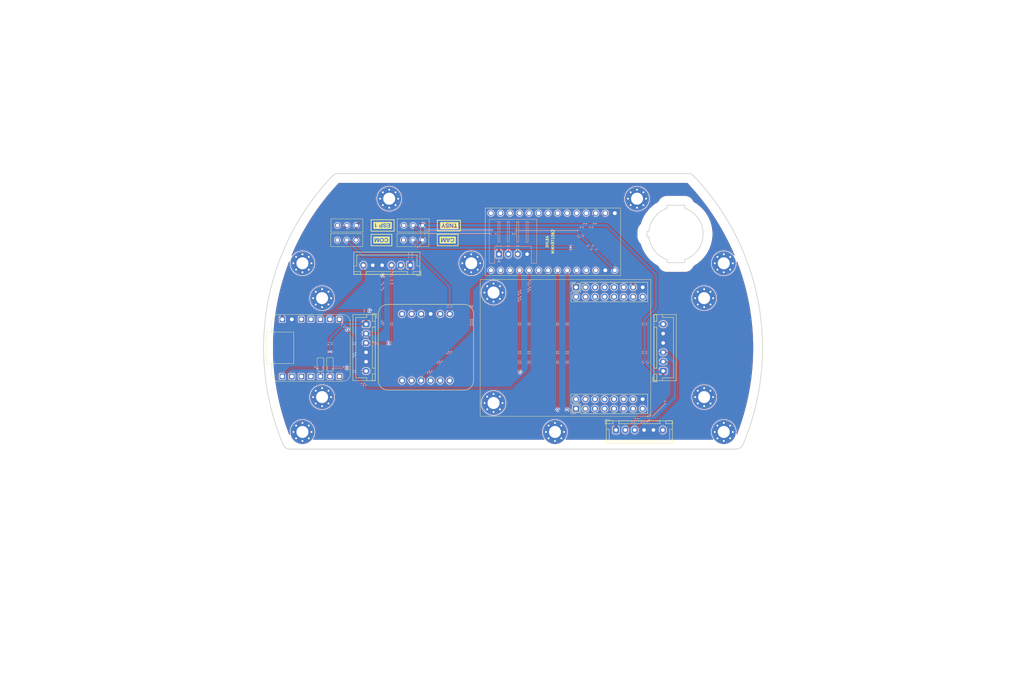
<source format=kicad_pcb>
(kicad_pcb (version 20240108) (generator "pcbnew") (generator_version "8.0")
  (layers (0 "F.Cu" signal) (31 "B.Cu" signal) (34 "B.Paste" user) (35 "F.Paste" user) (36 "B.SilkS" user "B.Silkscreen") (37 "F.SilkS" user "F.Silkscreen") (38 "B.Mask" user) (39 "F.Mask" user) (44 "Edge.Cuts" user))
  (net 0 "")
  (net 1 "GND")
  (net 14 "/L3 RX")
  (net 15 "/L3 TX")
  (net 16 "+5V")
  (net 17 "/SCL TOF")
  (net 18 "/SDA TOF")
  (net 20 "/XSHUT 0")
  (net 22 "/XSHUT 1")
  (net 24 "/XSHUT 2")
  (net 26 "/XSHUT 3")
  (net 27 "/COM PWR")
  (net 29 "/CAM PWR")
  (net 31 "/CAM TX")
  (net 32 "/CAM RX")
  (net 33 "/CAM RST")
  (net 35 "/COM SCL")
  (net 36 "/COM SDA")
  (net 41 "/COM RST")
  (net 57 "/TEENSY PWR")
  (net 60 "/ESP1 PWR")
  (net 61 "/ESP1 TX")
  (net 62 "/ESP1 RX")
  (net 65 "/ESP2 RX")
  (net 66 "/ESP2 TX")
  (footprint "MountingHole:MountingHole_3.2mm_M3_Pad_Via" (layer "F.Cu") (at 199.708378 91.541836)
    (property "Reference" "H7" (hide yes))
    (property "Value" "MountingHole_Pad")
    (pad "1" thru_hole circle (at -2.4 0) (size 0.8 0.8) (drill 0.5) (layers "*.Cu" "*.Mask"))
    (pad "1" thru_hole circle (at -1.697056 -1.697056) (size 0.8 0.8) (drill 0.5) (layers "*.Cu" "*.Mask"))
    (pad "1" thru_hole circle (at -1.697056 1.697056) (size 0.8 0.8) (drill 0.5) (layers "*.Cu" "*.Mask"))
    (pad "1" thru_hole circle (at 0 -2.4) (size 0.8 0.8) (drill 0.5) (layers "*.Cu" "*.Mask"))
    (pad "1" thru_hole circle (at 0 0) (size 6.4 6.4) (drill 3.2) (layers "*.Cu" "*.Mask"))
    (pad "1" thru_hole circle (at 0 2.4) (size 0.8 0.8) (drill 0.5) (layers "*.Cu" "*.Mask"))
    (pad "1" thru_hole circle (at 1.697056 -1.697056) (size 0.8 0.8) (drill 0.5) (layers "*.Cu" "*.Mask"))
    (pad "1" thru_hole circle (at 1.697056 1.697056) (size 0.8 0.8) (drill 0.5) (layers "*.Cu" "*.Mask"))
    (pad "1" thru_hole circle (at 2.4 0) (size 0.8 0.8) (drill 0.5) (layers "*.Cu" "*.Mask"))
  )
  (footprint "Connector_JST:JST_XH_B6B-XH-A_1x06_P2.50mm_Vertical" (layer "F.Cu") (at 121.374515 82.763004 180)
    (property "Reference" "J3" (hide yes))
    (property "Value" "TOF 1")
    (pad "1" thru_hole roundrect (at 0 0 180) (size 1.7 1.95) (drill 0.95) (layers "*.Cu" "*.Mask") (roundrect_rratio 0.1470588235) (net 16 "+5V"))
    (pad "2" thru_hole oval (at 2.499996 0 180) (size 1.7 1.95) (drill 0.95) (layers "*.Cu" "*.Mask") (net 18 "/SDA TOF"))
    (pad "3" thru_hole oval (at 4.999999 -0.000003 180) (size 1.7 1.95) (drill 0.95) (layers "*.Cu" "*.Mask") (net 17 "/SCL TOF"))
    (pad "4" thru_hole oval (at 7.499996 0.000001 180) (size 1.7 1.95) (drill 0.95) (layers "*.Cu" "*.Mask") (net 1 "GND"))
    (pad "5" thru_hole oval (at 9.999999 0.000003 180) (size 1.7 1.95) (drill 0.95) (layers "*.Cu" "*.Mask") (net 1 "GND"))
    (pad "6" thru_hole oval (at 12.500005 -0.000004 180) (size 1.7 1.95) (drill 0.95) (layers "*.Cu" "*.Mask") (net 22 "/XSHUT 1"))
  )
  (footprint "2024l3:Teensy 4.0" (layer "F.Cu") (at 159.385 76.488 -90)
    (property "Reference" "U5" (hide yes))
    (property "Value" "Teensy 4.0")
    (fp_text user "MIMXRT1062" (at 0 0 90) (layer "F.SilkS") (effects (font (size 0.7 0.7))))
    (fp_text user "DVL6A" (at 0 1.524 90) (layer "F.SilkS") (effects (font (size 0.7 0.7))))
    (pad "0" thru_hole circle (at -7.62 -13.97 270) (size 1.53 1.53) (drill 1.02) (layers "*.Cu" "*.Mask") (net 14 "/L3 RX"))
    (pad "1" thru_hole circle (at -7.62 -11.43 270) (size 1.53 1.53) (drill 1.02) (layers "*.Cu" "*.Mask") (net 15 "/L3 TX"))
    (pad "2" thru_hole circle (at -7.62 -8.89 270) (size 1.53 1.53) (drill 1.02) (layers "*.Cu" "*.Mask"))
    (pad "3" thru_hole circle (at -7.62 -6.35 270) (size 1.53 1.53) (drill 1.02) (layers "*.Cu" "*.Mask"))
    (pad "3.3V_2" thru_hole circle (at 7.62 -11.43 270) (size 1.53 1.53) (drill 1.02) (layers "*.Cu" "*.Mask"))
    (pad "4" thru_hole circle (at -7.62 -3.81 270) (size 1.53 1.53) (drill 1.02) (layers "*.Cu" "*.Mask"))
    (pad "5" thru_hole circle (at -7.62 -1.27 270) (size 1.53 1.53) (drill 1.02) (layers "*.Cu" "*.Mask"))
    (pad "6" thru_hole circle (at -7.62 1.27 270) (size 1.53 1.53) (drill 1.02) (layers "*.Cu" "*.Mask"))
    (pad "7" thru_hole circle (at -7.62 3.81 270) (size 1.53 1.53) (drill 1.02) (layers "*.Cu" "*.Mask"))
    (pad "8" thru_hole circle (at -7.62 6.35 270) (size 1.53 1.53) (drill 1.02) (layers "*.Cu" "*.Mask"))
    (pad "9" thru_hole circle (at -7.62 8.89 270) (size 1.53 1.53) (drill 1.02) (layers "*.Cu" "*.Mask"))
    (pad "10" thru_hole circle (at -7.62 11.43 270) (size 1.53 1.53) (drill 1.02) (layers "*.Cu" "*.Mask"))
    (pad "11" thru_hole circle (at -7.62 13.97 270) (size 1.53 1.53) (drill 1.02) (layers "*.Cu" "*.Mask"))
    (pad "12" thru_hole circle (at -7.62 16.51 270) (size 1.53 1.53) (drill 1.02) (layers "*.Cu" "*.Mask"))
    (pad "13" thru_hole circle (at 7.62 16.51 270) (size 1.53 1.53) (drill 1.02) (layers "*.Cu" "*.Mask") (net 41 "/COM RST"))
    (pad "14" thru_hole circle (at 7.62 13.97 270) (size 1.53 1.53) (drill 1.02) (layers "*.Cu" "*.Mask") (net 65 "/ESP2 RX"))
    (pad "15" thru_hole circle (at 7.62 11.43 270) (size 1.53 1.53) (drill 1.02) (layers "*.Cu" "*.Mask") (net 66 "/ESP2 TX"))
    (pad "16" thru_hole circle (at 7.62 8.89 270) (size 1.53 1.53) (drill 1.02) (layers "*.Cu" "*.Mask") (net 61 "/ESP1 TX"))
    (pad "17" thru_hole circle (at 7.62 6.35 270) (size 1.53 1.53) (drill 1.02) (layers "*.Cu" "*.Mask") (net 62 "/ESP1 RX"))
    (pad "18" thru_hole circle (at 7.62 3.81 270) (size 1.53 1.53) (drill 1.02) (layers "*.Cu" "*.Mask") (net 36 "/COM SDA"))
    (pad "19" thru_hole circle (at 7.62 1.27 270) (size 1.53 1.53) (drill 1.02) (layers "*.Cu" "*.Mask") (net 35 "/COM SCL"))
    (pad "20" thru_hole circle (at 7.62 -1.27 270) (size 1.53 1.53) (drill 1.02) (layers "*.Cu" "*.Mask") (net 32 "/CAM RX"))
    (pad "21" thru_hole circle (at 7.62 -3.81 270) (size 1.53 1.53) (drill 1.02) (layers "*.Cu" "*.Mask") (net 31 "/CAM TX"))
    (pad "22" thru_hole circle (at 7.62 -6.35 270) (size 1.53 1.53) (drill 1.02) (layers "*.Cu" "*.Mask") (net 33 "/CAM RST"))
    (pad "23" thru_hole circle (at 7.62 -8.89 270) (size 1.53 1.53) (drill 1.02) (layers "*.Cu" "*.Mask"))
    (pad "G1" thru_hole circle (at -7.62 -16.51 270) (size 1.53 1.53) (drill 1.02) (layers "*.Cu" "*.Mask") (net 1 "GND"))
    (pad "G3" thru_hole circle (at 7.62 -13.97 270) (size 1.53 1.53) (drill 1.02) (layers "*.Cu" "*.Mask") (net 1 "GND"))
    (pad "VIN" thru_hole circle (at 7.62 -16.51 270) (size 1.53 1.53) (drill 1.02) (layers "*.Cu" "*.Mask") (net 57 "/TEENSY PWR"))
  )
  (footprint "kibuzzard-6590F814" (layer "F.Cu") (at 113.695 76.038 180)
    (property "Reference" "kibuzzard-6590F814" (hide yes))
    (property "Value" "G***" (hide yes))
  )
  (footprint "MountingHole:MountingHole_3.2mm_M3_Pad_Via" (layer "F.Cu") (at 92.624516 82.238)
    (property "Reference" "H8" (hide yes))
    (property "Value" "MountingHole_Pad")
    (pad "1" thru_hole circle (at -2.4 0) (size 0.8 0.8) (drill 0.5) (layers "*.Cu" "*.Mask"))
    (pad "1" thru_hole circle (at -1.697056 -1.697056) (size 0.8 0.8) (drill 0.5) (layers "*.Cu" "*.Mask"))
    (pad "1" thru_hole circle (at -1.697056 1.697056) (size 0.8 0.8) (drill 0.5) (layers "*.Cu" "*.Mask"))
    (pad "1" thru_hole circle (at 0 -2.4) (size 0.8 0.8) (drill 0.5) (layers "*.Cu" "*.Mask"))
    (pad "1" thru_hole circle (at 0 0) (size 6.4 6.4) (drill 3.2) (layers "*.Cu" "*.Mask"))
    (pad "1" thru_hole circle (at 0 2.4) (size 0.8 0.8) (drill 0.5) (layers "*.Cu" "*.Mask"))
    (pad "1" thru_hole circle (at 1.697056 -1.697056) (size 0.8 0.8) (drill 0.5) (layers "*.Cu" "*.Mask"))
    (pad "1" thru_hole circle (at 1.697056 1.697056) (size 0.8 0.8) (drill 0.5) (layers "*.Cu" "*.Mask"))
    (pad "1" thru_hole circle (at 2.4 0) (size 0.8 0.8) (drill 0.5) (layers "*.Cu" "*.Mask"))
  )
  (footprint "2024l3:res0603" (layer "F.Cu") (at 97.425 109.237 -90)
    (property "Reference" "R1" (hide yes))
    (property "Value" "1K")
    (pad "1" smd roundrect (at -0.8 0 270) (size 1 1) (layers "F.Cu" "F.Paste" "F.Mask") (roundrect_rratio 0.1) (net 16 "+5V"))
    (pad "2" smd roundrect (at 0.8 0 270) (size 1 1) (layers "F.Cu" "F.Paste" "F.Mask") (roundrect_rratio 0.1) (net 18 "/SDA TOF"))
  )
  (footprint "MountingHole:MountingHole_3.2mm_M3_Pad_Via" (layer "F.Cu") (at 92.624515 127.238)
    (property "Reference" "H1" (hide yes))
    (property "Value" "MountingHole_Pad")
    (pad "1" thru_hole circle (at -2.4 0) (size 0.8 0.8) (drill 0.5) (layers "*.Cu" "*.Mask"))
    (pad "1" thru_hole circle (at -1.697056 -1.697056) (size 0.8 0.8) (drill 0.5) (layers "*.Cu" "*.Mask"))
    (pad "1" thru_hole circle (at -1.697056 1.697056) (size 0.8 0.8) (drill 0.5) (layers "*.Cu" "*.Mask"))
    (pad "1" thru_hole circle (at 0 -2.4) (size 0.8 0.8) (drill 0.5) (layers "*.Cu" "*.Mask"))
    (pad "1" thru_hole circle (at 0 0) (size 6.4 6.4) (drill 3.2) (layers "*.Cu" "*.Mask"))
    (pad "1" thru_hole circle (at 0 2.4) (size 0.8 0.8) (drill 0.5) (layers "*.Cu" "*.Mask"))
    (pad "1" thru_hole circle (at 1.697056 -1.697056) (size 0.8 0.8) (drill 0.5) (layers "*.Cu" "*.Mask"))
    (pad "1" thru_hole circle (at 1.697056 1.697056) (size 0.8 0.8) (drill 0.5) (layers "*.Cu" "*.Mask"))
    (pad "1" thru_hole circle (at 2.4 0) (size 0.8 0.8) (drill 0.5) (layers "*.Cu" "*.Mask"))
  )
  (footprint "MountingHole:MountingHole_3.2mm_M3_Pad_Via" (layer "F.Cu") (at 97.861618 117.934162)
    (property "Reference" "H4" (hide yes))
    (property "Value" "MountingHole_Pad")
    (pad "1" thru_hole circle (at -2.4 0) (size 0.8 0.8) (drill 0.5) (layers "*.Cu" "*.Mask"))
    (pad "1" thru_hole circle (at -1.697056 -1.697056) (size 0.8 0.8) (drill 0.5) (layers "*.Cu" "*.Mask"))
    (pad "1" thru_hole circle (at -1.697056 1.697056) (size 0.8 0.8) (drill 0.5) (layers "*.Cu" "*.Mask"))
    (pad "1" thru_hole circle (at 0 -2.4) (size 0.8 0.8) (drill 0.5) (layers "*.Cu" "*.Mask"))
    (pad "1" thru_hole circle (at 0 0) (size 6.4 6.4) (drill 3.2) (layers "*.Cu" "*.Mask"))
    (pad "1" thru_hole circle (at 0 2.4) (size 0.8 0.8) (drill 0.5) (layers "*.Cu" "*.Mask"))
    (pad "1" thru_hole circle (at 1.697056 -1.697056) (size 0.8 0.8) (drill 0.5) (layers "*.Cu" "*.Mask"))
    (pad "1" thru_hole circle (at 1.697056 1.697056) (size 0.8 0.8) (drill 0.5) (layers "*.Cu" "*.Mask"))
    (pad "1" thru_hole circle (at 2.4 0) (size 0.8 0.8) (drill 0.5) (layers "*.Cu" "*.Mask"))
  )
  (footprint "MountingHole:MountingHole_3.2mm_M3_Pad_Via" (layer "F.Cu") (at 204.945482 82.238)
    (property "Reference" "H10" (hide yes))
    (property "Value" "MountingHole_Pad")
    (pad "1" thru_hole circle (at -2.4 0) (size 0.8 0.8) (drill 0.5) (layers "*.Cu" "*.Mask"))
    (pad "1" thru_hole circle (at -1.697056 -1.697056) (size 0.8 0.8) (drill 0.5) (layers "*.Cu" "*.Mask"))
    (pad "1" thru_hole circle (at -1.697056 1.697056) (size 0.8 0.8) (drill 0.5) (layers "*.Cu" "*.Mask"))
    (pad "1" thru_hole circle (at 0 -2.4) (size 0.8 0.8) (drill 0.5) (layers "*.Cu" "*.Mask"))
    (pad "1" thru_hole circle (at 0 0) (size 6.4 6.4) (drill 3.2) (layers "*.Cu" "*.Mask"))
    (pad "1" thru_hole circle (at 0 2.4) (size 0.8 0.8) (drill 0.5) (layers "*.Cu" "*.Mask"))
    (pad "1" thru_hole circle (at 1.697056 -1.697056) (size 0.8 0.8) (drill 0.5) (layers "*.Cu" "*.Mask"))
    (pad "1" thru_hole circle (at 1.697056 1.697056) (size 0.8 0.8) (drill 0.5) (layers "*.Cu" "*.Mask"))
    (pad "1" thru_hole circle (at 2.4 0) (size 0.8 0.8) (drill 0.5) (layers "*.Cu" "*.Mask"))
  )
  (footprint "Connector_JST:JST_XH_B6B-XH-A_1x06_P2.50mm_Vertical" (layer "F.Cu") (at 188.783379 110.987999 90)
    (property "Reference" "J4" (hide yes))
    (property "Value" "TOF 2")
    (pad "1" thru_hole roundrect (at 0 0 90) (size 1.7 1.95) (drill 0.95) (layers "*.Cu" "*.Mask") (roundrect_rratio 0.1470588235) (net 16 "+5V"))
    (pad "2" thru_hole oval (at 2.499999 -0.000002 90) (size 1.7 1.95) (drill 0.95) (layers "*.Cu" "*.Mask") (net 18 "/SDA TOF"))
    (pad "3" thru_hole oval (at 4.999999 0.000001 90) (size 1.7 1.95) (drill 0.95) (layers "*.Cu" "*.Mask") (net 17 "/SCL TOF"))
    (pad "4" thru_hole oval (at 7.5 -0.000002 90) (size 1.7 1.95) (drill 0.95) (layers "*.Cu" "*.Mask") (net 1 "GND"))
    (pad "5" thru_hole oval (at 9.999999 -0.000001 90) (size 1.7 1.95) (drill 0.95) (layers "*.Cu" "*.Mask") (net 1 "GND"))
    (pad "6" thru_hole oval (at 12.500001 0.000003 90) (size 1.7 1.95) (drill 0.95) (layers "*.Cu" "*.Mask") (net 24 "/XSHUT 2"))
  )
  (footprint "2024l3:bno085" (layer "F.Cu") (at 125.535 104.638 180)
    (property "Reference" "U2" (hide yes))
    (property "Value" "4754")
    (pad "JP1_1" thru_hole circle (at -6.35 8.89 180) (size 1.778 1.778) (drill 1) (layers "*.Cu" "*.Mask") (net 27 "/COM PWR"))
    (pad "JP1_2" thru_hole circle (at -3.81 8.89 180) (size 1.778 1.778) (drill 1) (layers "*.Cu" "*.Mask"))
    (pad "JP1_3" thru_hole circle (at -1.27 8.89 180) (size 1.778 1.778) (drill 1) (layers "*.Cu" "*.Mask") (net 1 "GND"))
    (pad "JP1_4" thru_hole circle (at 1.27 8.89 180) (size 1.778 1.778) (drill 1) (layers "*.Cu" "*.Mask") (net 35 "/COM SCL"))
    (pad "JP1_5" thru_hole circle (at 3.81 8.89 180) (size 1.778 1.778) (drill 1) (layers "*.Cu" "*.Mask") (net 36 "/COM SDA"))
    (pad "JP1_6" thru_hole circle (at 6.35 8.89 180) (size 1.778 1.778) (drill 1) (layers "*.Cu" "*.Mask"))
    (pad "JP2_1" thru_hole circle (at -6.35 -8.89 180) (size 1.778 1.778) (drill 1) (layers "*.Cu" "*.Mask"))
    (pad "JP2_2" thru_hole circle (at -3.81 -8.89 180) (size 1.778 1.778) (drill 1) (layers "*.Cu" "*.Mask"))
    (pad "JP2_3" thru_hole circle (at -1.27 -8.89 180) (size 1.778 1.778) (drill 1) (layers "*.Cu" "*.Mask"))
    (pad "JP2_4" thru_hole circle (at 1.27 -8.89 180) (size 1.778 1.778) (drill 1) (layers "*.Cu" "*.Mask") (net 41 "/COM RST"))
    (pad "JP2_5" thru_hole circle (at 3.81 -8.89 180) (size 1.778 1.778) (drill 1) (layers "*.Cu" "*.Mask"))
    (pad "JP2_6" thru_hole circle (at 6.35 -8.89 180) (size 1.778 1.778) (drill 1) (layers "*.Cu" "*.Mask"))
  )
  (footprint "Connector_JST:JST_XH_B6B-XH-A_1x06_P2.50mm_Vertical" (layer "F.Cu") (at 176.195484 126.713001)
    (property "Reference" "J5" (hide yes))
    (property "Value" "TOF 3")
    (pad "1" thru_hole roundrect (at 0 0) (size 1.7 1.95) (drill 0.95) (layers "*.Cu" "*.Mask") (roundrect_rratio 0.1470588235) (net 16 "+5V"))
    (pad "2" thru_hole oval (at 2.499999 -0.000002) (size 1.7 1.95) (drill 0.95) (layers "*.Cu" "*.Mask") (net 18 "/SDA TOF"))
    (pad "3" thru_hole oval (at 4.999999 0.000001) (size 1.7 1.95) (drill 0.95) (layers "*.Cu" "*.Mask") (net 17 "/SCL TOF"))
    (pad "4" thru_hole oval (at 7.5 -0.000002) (size 1.7 1.95) (drill 0.95) (layers "*.Cu" "*.Mask") (net 1 "GND"))
    (pad "5" thru_hole oval (at 9.999999 -0.000001) (size 1.7 1.95) (drill 0.95) (layers "*.Cu" "*.Mask") (net 1 "GND"))
    (pad "6" thru_hole oval (at 12.500001 0.000003) (size 1.7 1.95) (drill 0.95) (layers "*.Cu" "*.Mask") (net 26 "/XSHUT 3"))
  )
  (footprint "2024l3:SS12D00G3" (layer "F.Cu") (at 122.085 76.038 180)
    (property "Reference" "SW2" (hide yes))
    (property "Value" "SW_SPDT" (hide yes))
    (pad "1" thru_hole circle (at -2.5 0 180) (size 1.4 1.4) (drill 0.9) (layers "*.Cu" "*.Mask") (net 16 "+5V"))
    (pad "2" thru_hole circle (at 0 0 180) (size 1.4 1.4) (drill 0.9) (layers "*.Cu" "*.Mask") (net 29 "/CAM PWR"))
    (pad "3" thru_hole circle (at 2.5 0 180) (size 1.4 1.4) (drill 0.9) (layers "*.Cu" "*.Mask"))
  )
  (footprint "kibuzzard-6592C7F1" (layer "F.Cu") (at 131.776 72.185 180)
    (property "Reference" "kibuzzard-6592C7F1" (hide yes))
    (property "Value" "G***" (hide yes))
  )
  (footprint "MountingHole:MountingHole_3.2mm_M3_Pad_Via" (layer "F.Cu") (at 115.75579 65.012633)
    (property "Reference" "H11" (hide yes))
    (property "Value" "MountingHole_Pad")
    (pad "1" thru_hole circle (at -2.4 0) (size 0.8 0.8) (drill 0.5) (layers "*.Cu" "*.Mask"))
    (pad "1" thru_hole circle (at -1.697056 -1.697056) (size 0.8 0.8) (drill 0.5) (layers "*.Cu" "*.Mask"))
    (pad "1" thru_hole circle (at -1.697056 1.697056) (size 0.8 0.8) (drill 0.5) (layers "*.Cu" "*.Mask"))
    (pad "1" thru_hole circle (at 0 -2.4) (size 0.8 0.8) (drill 0.5) (layers "*.Cu" "*.Mask"))
    (pad "1" thru_hole circle (at 0 0) (size 6.4 6.4) (drill 3.2) (layers "*.Cu" "*.Mask"))
    (pad "1" thru_hole circle (at 0 2.4) (size 0.8 0.8) (drill 0.5) (layers "*.Cu" "*.Mask"))
    (pad "1" thru_hole circle (at 1.697056 -1.697056) (size 0.8 0.8) (drill 0.5) (layers "*.Cu" "*.Mask"))
    (pad "1" thru_hole circle (at 1.697056 1.697056) (size 0.8 0.8) (drill 0.5) (layers "*.Cu" "*.Mask"))
    (pad "1" thru_hole circle (at 2.4 0) (size 0.8 0.8) (drill 0.5) (layers "*.Cu" "*.Mask"))
  )
  (footprint "2024l3:SS12D00G3" (layer "F.Cu") (at 104.485 72.138 180)
    (property "Reference" "SW5" (hide yes))
    (property "Value" "SW_SPDT" (hide yes))
    (pad "1" thru_hole circle (at -2.5 0 180) (size 1.4 1.4) (drill 0.9) (layers "*.Cu" "*.Mask") (net 16 "+5V"))
    (pad "2" thru_hole circle (at 0 0 180) (size 1.4 1.4) (drill 0.9) (layers "*.Cu" "*.Mask") (net 60 "/ESP1 PWR"))
    (pad "3" thru_hole circle (at 2.5 0 180) (size 1.4 1.4) (drill 0.9) (layers "*.Cu" "*.Mask"))
  )
  (footprint "kibuzzard-6590F6B4" (layer "F.Cu") (at 131.345 76.038 180)
    (property "Reference" "kibuzzard-6590F6B4" (hide yes))
    (property "Value" "G***" (hide yes))
  )
  (footprint "MountingHole:MountingHole_3.2mm_M3_Pad_Via" (layer "F.Cu") (at 137.624031 82.237999)
    (property "Reference" "H9" (hide yes))
    (property "Value" "MountingHole_Pad")
    (pad "1" thru_hole circle (at -2.4 0) (size 0.8 0.8) (drill 0.5) (layers "*.Cu" "*.Mask"))
    (pad "1" thru_hole circle (at -1.697056 -1.697056) (size 0.8 0.8) (drill 0.5) (layers "*.Cu" "*.Mask"))
    (pad "1" thru_hole circle (at -1.697056 1.697056) (size 0.8 0.8) (drill 0.5) (layers "*.Cu" "*.Mask"))
    (pad "1" thru_hole circle (at 0 -2.4) (size 0.8 0.8) (drill 0.5) (layers "*.Cu" "*.Mask"))
    (pad "1" thru_hole circle (at 0 0) (size 6.4 6.4) (drill 3.2) (layers "*.Cu" "*.Mask"))
    (pad "1" thru_hole circle (at 0 2.4) (size 0.8 0.8) (drill 0.5) (layers "*.Cu" "*.Mask"))
    (pad "1" thru_hole circle (at 1.697056 -1.697056) (size 0.8 0.8) (drill 0.5) (layers "*.Cu" "*.Mask"))
    (pad "1" thru_hole circle (at 1.697056 1.697056) (size 0.8 0.8) (drill 0.5) (layers "*.Cu" "*.Mask"))
    (pad "1" thru_hole circle (at 2.4 0) (size 0.8 0.8) (drill 0.5) (layers "*.Cu" "*.Mask"))
  )
  (footprint "Connector_JST:JST_XH_B6B-XH-A_1x06_P2.50mm_Vertical" (layer "F.Cu") (at 109.586618 98.488 -90)
    (property "Reference" "J2" (hide yes))
    (property "Value" "TOF 0")
    (pad "1" thru_hole roundrect (at 0 0 270) (size 1.7 1.95) (drill 0.95) (layers "*.Cu" "*.Mask") (roundrect_rratio 0.1470588235) (net 16 "+5V"))
    (pad "2" thru_hole oval (at 2.499999 -0.000002 270) (size 1.7 1.95) (drill 0.95) (layers "*.Cu" "*.Mask") (net 18 "/SDA TOF"))
    (pad "3" thru_hole oval (at 4.999999 0.000001 270) (size 1.7 1.95) (drill 0.95) (layers "*.Cu" "*.Mask") (net 17 "/SCL TOF"))
    (pad "4" thru_hole oval (at 7.5 -0.000002 270) (size 1.7 1.95) (drill 0.95) (layers "*.Cu" "*.Mask") (net 1 "GND"))
    (pad "5" thru_hole oval (at 9.999999 -0.000001 270) (size 1.7 1.95) (drill 0.95) (layers "*.Cu" "*.Mask") (net 1 "GND"))
    (pad "6" thru_hole oval (at 12.500001 0.000003 270) (size 1.7 1.95) (drill 0.95) (layers "*.Cu" "*.Mask") (net 20 "/XSHUT 0"))
  )
  (footprint "MountingHole:MountingHole_3.2mm_M3_Pad_Via" (layer "F.Cu") (at 204.945483 127.238)
    (property "Reference" "H3" (hide yes))
    (property "Value" "MountingHole_Pad")
    (pad "1" thru_hole circle (at -2.4 0) (size 0.8 0.8) (drill 0.5) (layers "*.Cu" "*.Mask"))
    (pad "1" thru_hole circle (at -1.697056 -1.697056) (size 0.8 0.8) (drill 0.5) (layers "*.Cu" "*.Mask"))
    (pad "1" thru_hole circle (at -1.697056 1.697056) (size 0.8 0.8) (drill 0.5) (layers "*.Cu" "*.Mask"))
    (pad "1" thru_hole circle (at 0 -2.4) (size 0.8 0.8) (drill 0.5) (layers "*.Cu" "*.Mask"))
    (pad "1" thru_hole circle (at 0 0) (size 6.4 6.4) (drill 3.2) (layers "*.Cu" "*.Mask"))
    (pad "1" thru_hole circle (at 0 2.4) (size 0.8 0.8) (drill 0.5) (layers "*.Cu" "*.Mask"))
    (pad "1" thru_hole circle (at 1.697056 -1.697056) (size 0.8 0.8) (drill 0.5) (layers "*.Cu" "*.Mask"))
    (pad "1" thru_hole circle (at 1.697056 1.697056) (size 0.8 0.8) (drill 0.5) (layers "*.Cu" "*.Mask"))
    (pad "1" thru_hole circle (at 2.4 0) (size 0.8 0.8) (drill 0.5) (layers "*.Cu" "*.Mask"))
  )
  (footprint "kibuzzard-6590F77B" (layer "F.Cu") (at 114.005 72.1415 180)
    (property "Reference" "kibuzzard-6590F77B" (hide yes))
    (property "Value" "G***" (hide yes))
  )
  (footprint "MountingHole:MountingHole_3.2mm_M3_Pad_Via" (layer "F.Cu") (at 181.814204 65.012633)
    (property "Reference" "H12" (hide yes))
    (property "Value" "MountingHole_Pad")
    (pad "1" thru_hole circle (at -2.4 0) (size 0.8 0.8) (drill 0.5) (layers "*.Cu" "*.Mask"))
    (pad "1" thru_hole circle (at -1.697056 -1.697056) (size 0.8 0.8) (drill 0.5) (layers "*.Cu" "*.Mask"))
    (pad "1" thru_hole circle (at -1.697056 1.697056) (size 0.8 0.8) (drill 0.5) (layers "*.Cu" "*.Mask"))
    (pad "1" thru_hole circle (at 0 -2.4) (size 0.8 0.8) (drill 0.5) (layers "*.Cu" "*.Mask"))
    (pad "1" thru_hole circle (at 0 0) (size 6.4 6.4) (drill 3.2) (layers "*.Cu" "*.Mask"))
    (pad "1" thru_hole circle (at 0 2.4) (size 0.8 0.8) (drill 0.5) (layers "*.Cu" "*.Mask"))
    (pad "1" thru_hole circle (at 1.697056 -1.697056) (size 0.8 0.8) (drill 0.5) (layers "*.Cu" "*.Mask"))
    (pad "1" thru_hole circle (at 1.697056 1.697056) (size 0.8 0.8) (drill 0.5) (layers "*.Cu" "*.Mask"))
    (pad "1" thru_hole circle (at 2.4 0) (size 0.8 0.8) (drill 0.5) (layers "*.Cu" "*.Mask"))
  )
  (footprint "MountingHole:MountingHole_3.2mm_M3_Pad_Via" (layer "F.Cu") (at 159.945 127.238)
    (property "Reference" "H2" (hide yes))
    (property "Value" "MountingHole_Pad")
    (pad "1" thru_hole circle (at -2.4 0) (size 0.8 0.8) (drill 0.5) (layers "*.Cu" "*.Mask"))
    (pad "1" thru_hole circle (at -1.697056 -1.697056) (size 0.8 0.8) (drill 0.5) (layers "*.Cu" "*.Mask"))
    (pad "1" thru_hole circle (at -1.697056 1.697056) (size 0.8 0.8) (drill 0.5) (layers "*.Cu" "*.Mask"))
    (pad "1" thru_hole circle (at 0 -2.4) (size 0.8 0.8) (drill 0.5) (layers "*.Cu" "*.Mask"))
    (pad "1" thru_hole circle (at 0 0) (size 6.4 6.4) (drill 3.2) (layers "*.Cu" "*.Mask"))
    (pad "1" thru_hole circle (at 0 2.4) (size 0.8 0.8) (drill 0.5) (layers "*.Cu" "*.Mask"))
    (pad "1" thru_hole circle (at 1.697056 -1.697056) (size 0.8 0.8) (drill 0.5) (layers "*.Cu" "*.Mask"))
    (pad "1" thru_hole circle (at 1.697056 1.697056) (size 0.8 0.8) (drill 0.5) (layers "*.Cu" "*.Mask"))
    (pad "1" thru_hole circle (at 2.4 0) (size 0.8 0.8) (drill 0.5) (layers "*.Cu" "*.Mask"))
  )
  (footprint "2024l3:SS12D00G3" (layer "F.Cu") (at 104.435 76.038 180)
    (property "Reference" "SW1" (hide yes))
    (property "Value" "SW_SPDT" (hide yes))
    (pad "1" thru_hole circle (at -2.5 0 180) (size 1.4 1.4) (drill 0.9) (layers "*.Cu" "*.Mask") (net 16 "+5V"))
    (pad "2" thru_hole circle (at 0 0 180) (size 1.4 1.4) (drill 0.9) (layers "*.Cu" "*.Mask") (net 27 "/COM PWR"))
    (pad "3" thru_hole circle (at 2.5 0 180) (size 1.4 1.4) (drill 0.9) (layers "*.Cu" "*.Mask"))
  )
  (footprint "2024l3:res0603" (layer "F.Cu") (at 99.955 109.207 90)
    (property "Reference" "R2" (hide yes))
    (property "Value" "1K")
    (pad "1" smd roundrect (at -0.8 0 90) (size 1 1) (layers "F.Cu" "F.Paste" "F.Mask") (roundrect_rratio 0.1) (net 17 "/SCL TOF"))
    (pad "2" smd roundrect (at 0.8 0 90) (size 1 1) (layers "F.Cu" "F.Paste" "F.Mask") (roundrect_rratio 0.1) (net 16 "+5V"))
  )
  (footprint "2024l3:OpenMV_RT" (layer "F.Cu") (at 148.776 104.808 90)
    (property "Reference" "U1" (hide yes))
    (property "Value" "~")
    (pad "0" thru_hole rect (at -16.225 16.756 90) (size 1.7 1.7) (drill 1) (layers "*.Cu" "*.Mask"))
    (pad "1" thru_hole oval (at -13.685 16.756 90) (size 1.7 1.7) (drill 1) (layers "*.Cu" "*.Mask"))
    (pad "2" thru_hole oval (at -16.225 19.296 90) (size 1.7 1.7) (drill 1) (layers "*.Cu" "*.Mask"))
    (pad "3" thru_hole oval (at -13.685 19.296 90) (size 1.7 1.7) (drill 1) (layers "*.Cu" "*.Mask"))
    (pad "4" thru_hole oval (at -16.225 21.836 90) (size 1.7 1.7) (drill 1) (layers "*.Cu" "*.Mask"))
    (pad "5" thru_hole oval (at -13.685 21.836 90) (size 1.7 1.7) (drill 1) (layers "*.Cu" "*.Mask"))
    (pad "6" thru_hole oval (at -16.225 24.376 90) (size 1.7 1.7) (drill 1) (layers "*.Cu" "*.Mask"))
    (pad "7" thru_hole oval (at -13.685 24.376 90) (size 1.7 1.7) (drill 1) (layers "*.Cu" "*.Mask"))
    (pad "8" thru_hole oval (at -16.225 26.916 90) (size 1.7 1.7) (drill 1) (layers "*.Cu" "*.Mask") (net 31 "/CAM TX"))
    (pad "9" thru_hole oval (at -13.685 26.916 90) (size 1.7 1.7) (drill 1) (layers "*.Cu" "*.Mask"))
    (pad "10" thru_hole oval (at -16.225 29.456 90) (size 1.7 1.7) (drill 1) (layers "*.Cu" "*.Mask") (net 32 "/CAM RX"))
    (pad "11" thru_hole oval (at -13.685 29.456 90) (size 1.7 1.7) (drill 1) (layers "*.Cu" "*.Mask"))
    (pad "12" thru_hole oval (at -16.225 31.996 90) (size 1.7 1.7) (drill 1) (layers "*.Cu" "*.Mask"))
    (pad "13" thru_hole oval (at -13.685 31.996 90) (size 1.7 1.7) (drill 1) (layers "*.Cu" "*.Mask"))
    (pad "14" thru_hole oval (at -16.225 34.536 90) (size 1.7 1.7) (drill 1) (layers "*.Cu" "*.Mask"))
    (pad "15" thru_hole oval (at -13.685 34.536 90) (size 1.7 1.7) (drill 1) (layers "*.Cu" "*.Mask") (net 1 "GND"))
    (pad "16" thru_hole oval (at 13.635 16.776 90) (size 1.7 1.7) (drill 1) (layers "*.Cu" "*.Mask"))
    (pad "17" thru_hole rect (at 16.175 16.776 90) (size 1.7 1.7) (drill 1) (layers "*.Cu" "*.Mask") (net 33 "/CAM RST"))
    (pad "18" thru_hole oval (at 13.635 19.316 90) (size 1.7 1.7) (drill 1) (layers "*.Cu" "*.Mask"))
    (pad "19" thru_hole oval (at 16.175 19.316 90) (size 1.7 1.7) (drill 1) (layers "*.Cu" "*.Mask"))
    (pad "20" thru_hole oval (at 13.635 21.856 90) (size 1.7 1.7) (drill 1) (layers "*.Cu" "*.Mask"))
    (pad "21" thru_hole oval (at 16.175 21.856 90) (size 1.7 1.7) (drill 1) (layers "*.Cu" "*.Mask"))
    (pad "22" thru_hole oval (at 13.635 24.396 90) (size 1.7 1.7) (drill 1) (layers "*.Cu" "*.Mask"))
    (pad "23" thru_hole oval (at 16.175 24.396 90) (size 1.7 1.7) (drill 1) (layers "*.Cu" "*.Mask"))
    (pad "24" thru_hole oval (at 13.635 26.936 90) (size 1.7 1.7) (drill 1) (layers "*.Cu" "*.Mask"))
    (pad "25" thru_hole oval (at 16.175 26.936 90) (size 1.7 1.7) (drill 1) (layers "*.Cu" "*.Mask"))
    (pad "26" thru_hole oval (at 13.635 29.476 90) (size 1.7 1.7) (drill 1) (layers "*.Cu" "*.Mask"))
    (pad "27" thru_hole oval (at 16.175 29.476 90) (size 1.7 1.7) (drill 1) (layers "*.Cu" "*.Mask"))
    (pad "28" thru_hole oval (at 13.635 32.016 90) (size 1.7 1.7) (drill 1) (layers "*.Cu" "*.Mask"))
    (pad "29" thru_hole oval (at 16.175 32.016 90) (size 1.7 1.7) (drill 1) (layers "*.Cu" "*.Mask") (net 29 "/CAM PWR"))
    (pad "30" thru_hole oval (at 13.635 34.556 90) (size 1.7 1.7) (drill 1) (layers "*.Cu" "*.Mask"))
    (pad "31" thru_hole oval (at 16.175 34.556 90) (size 1.7 1.7) (drill 1) (layers "*.Cu" "*.Mask") (net 1 "GND"))
    (pad "X" thru_hole circle (at -17.107 -5.207 90) (size 0.8 0.8) (drill 0.5) (layers "*.Cu" "*.Mask"))
    (pad "X" thru_hole circle (at -16.404056 -6.904056 90) (size 0.8 0.8) (drill 0.5) (layers "*.Cu" "*.Mask"))
    (pad "X" thru_hole circle (at -16.404056 -3.509944 90) (size 0.8 0.8) (drill 0.5) (layers "*.Cu" "*.Mask"))
    (pad "X" thru_hole circle (at -14.707 -7.607 90) (size 0.8 0.8) (drill 0.5) (layers "*.Cu" "*.Mask"))
    (pad "X" thru_hole circle (at -14.707 -5.207 90) (size 6.4 6.4) (drill 3.2) (layers "*.Cu" "*.Mask"))
    (pad "X" thru_hole circle (at -14.707 -2.807 90) (size 0.8 0.8) (drill 0.5) (layers "*.Cu" "*.Mask"))
    (pad "X" thru_hole circle (at -13.009944 -6.904056 90) (size 0.8 0.8) (drill 0.5) (layers "*.Cu" "*.Mask"))
    (pad "X" thru_hole circle (at -13.009944 -3.509944 90) (size 0.8 0.8) (drill 0.5) (layers "*.Cu" "*.Mask"))
    (pad "X" thru_hole circle (at -12.307 -5.207 90) (size 0.8 0.8) (drill 0.5) (layers "*.Cu" "*.Mask"))
    (pad "X" thru_hole circle (at 12.357 -5.207 90) (size 0.8 0.8) (drill 0.5) (layers "*.Cu" "*.Mask"))
    (pad "X" thru_hole circle (at 13.059944 -6.904056 90) (size 0.8 0.8) (drill 0.5) (layers "*.Cu" "*.Mask"))
    (pad "X" thru_hole circle (at 13.059944 -3.509944 90) (size 0.8 0.8) (drill 0.5) (layers "*.Cu" "*.Mask"))
    (pad "X" thru_hole circle (at 14.757 -7.607 90) (size 0.8 0.8) (drill 0.5) (layers "*.Cu" "*.Mask"))
    (pad "X" thru_hole circle (at 14.757 -5.207 90) (size 6.4 6.4) (drill 3.2) (layers "*.Cu" "*.Mask"))
    (pad "X" thru_hole circle (at 14.757 -2.807 90) (size 0.8 0.8) (drill 0.5) (layers "*.Cu" "*.Mask"))
    (pad "X" thru_hole circle (at 16.454056 -6.904056 90) (size 0.8 0.8) (drill 0.5) (layers "*.Cu" "*.Mask"))
    (pad "X" thru_hole circle (at 16.454056 -3.509944 90) (size 0.8 0.8) (drill 0.5) (layers "*.Cu" "*.Mask"))
    (pad "X" thru_hole circle (at 17.157 -5.207 90) (size 0.8 0.8) (drill 0.5) (layers "*.Cu" "*.Mask"))
  )
  (footprint "MountingHole:MountingHole_3.2mm_M3_Pad_Via" (layer "F.Cu") (at 97.861617 91.541835)
    (property "Reference" "H6" (hide yes))
    (property "Value" "MountingHole_Pad")
    (pad "1" thru_hole circle (at -2.4 0) (size 0.8 0.8) (drill 0.5) (layers "*.Cu" "*.Mask"))
    (pad "1" thru_hole circle (at -1.697056 -1.697056) (size 0.8 0.8) (drill 0.5) (layers "*.Cu" "*.Mask"))
    (pad "1" thru_hole circle (at -1.697056 1.697056) (size 0.8 0.8) (drill 0.5) (layers "*.Cu" "*.Mask"))
    (pad "1" thru_hole circle (at 0 -2.4) (size 0.8 0.8) (drill 0.5) (layers "*.Cu" "*.Mask"))
    (pad "1" thru_hole circle (at 0 0) (size 6.4 6.4) (drill 3.2) (layers "*.Cu" "*.Mask"))
    (pad "1" thru_hole circle (at 0 2.4) (size 0.8 0.8) (drill 0.5) (layers "*.Cu" "*.Mask"))
    (pad "1" thru_hole circle (at 1.697056 -1.697056) (size 0.8 0.8) (drill 0.5) (layers "*.Cu" "*.Mask"))
    (pad "1" thru_hole circle (at 1.697056 1.697056) (size 0.8 0.8) (drill 0.5) (layers "*.Cu" "*.Mask"))
    (pad "1" thru_hole circle (at 2.4 0) (size 0.8 0.8) (drill 0.5) (layers "*.Cu" "*.Mask"))
  )
  (footprint "2024l3:xiao-esp32c3" (layer "F.Cu") (at 94.876 104.806 90)
    (property "Reference" "U3" (hide yes))
    (property "Value" "xiao-esp32c3" (hide yes))
    (pad "0" thru_hole roundrect (at -7.62 -7.62 270) (size 1.5 1.5) (drill 1) (layers "*.Cu" "*.Mask") (roundrect_rratio 0.1) (net 20 "/XSHUT 0"))
    (pad "1" thru_hole roundrect (at -7.62 -5.08 270) (size 1.5 1.5) (drill 1) (layers "*.Cu" "*.Mask") (roundrect_rratio 0.1) (net 26 "/XSHUT 3"))
    (pad "2" thru_hole roundrect (at -7.62 -2.54 270) (size 1.5 1.5) (drill 1) (layers "*.Cu" "*.Mask") (roundrect_rratio 0.1))
    (pad "3" thru_hole roundrect (at -7.62 0 270) (size 1.5 1.5) (drill 1) (layers "*.Cu" "*.Mask") (roundrect_rratio 0.1))
    (pad "4" thru_hole roundrect (at -7.62 2.54 270) (size 1.5 1.5) (drill 1) (layers "*.Cu" "*.Mask") (roundrect_rratio 0.1) (net 18 "/SDA TOF"))
    (pad "5" thru_hole roundrect (at -7.62 5.08 270) (size 1.5 1.5) (drill 1) (layers "*.Cu" "*.Mask") (roundrect_rratio 0.1) (net 17 "/SCL TOF"))
    (pad "6" thru_hole roundrect (at -7.62 7.62 270) (size 1.5 1.5) (drill 1) (layers "*.Cu" "*.Mask") (roundrect_rratio 0.1) (net 61 "/ESP1 TX"))
    (pad "7" thru_hole roundrect (at 7.62 7.62 90) (size 1.5 1.5) (drill 1) (layers "*.Cu" "*.Mask") (roundrect_rratio 0.1) (net 62 "/ESP1 RX"))
    (pad "8" thru_hole roundrect (at 7.62 5.08 90) (size 1.5 1.5) (drill 1) (layers "*.Cu" "*.Mask") (roundrect_rratio 0.1) (net 24 "/XSHUT 2"))
    (pad "9" thru_hole roundrect (at 7.62 2.54 90) (size 1.5 1.5) (drill 1) (layers "*.Cu" "*.Mask") (roundrect_rratio 0.1) (net 22 "/XSHUT 1"))
    (pad "10" thru_hole roundrect (at 7.62 0 90) (size 1.5 1.5) (drill 1) (layers "*.Cu" "*.Mask") (roundrect_rratio 0.1))
    (pad "11" thru_hole roundrect (at 7.62 -2.54 90) (size 1.5 1.5) (drill 1) (layers "*.Cu" "*.Mask") (roundrect_rratio 0.1))
    (pad "12" thru_hole roundrect (at 7.62 -5.08 90) (size 1.5 1.5) (drill 1) (layers "*.Cu" "*.Mask") (roundrect_rratio 0.1) (net 1 "GND"))
    (pad "13" thru_hole roundrect (at 7.62 -7.62 90) (size 1.5 1.5) (drill 1) (layers "*.Cu" "*.Mask") (roundrect_rratio 0.1) (net 60 "/ESP1 PWR"))
  )
  (footprint "2024l3:SS12D00G3" (layer "F.Cu") (at 122.135 72.138 180)
    (property "Reference" "SW4" (hide yes))
    (property "Value" "SW_SPDT" (hide yes))
    (pad "1" thru_hole circle (at -2.5 0 180) (size 1.4 1.4) (drill 0.9) (layers "*.Cu" "*.Mask") (net 16 "+5V"))
    (pad "2" thru_hole circle (at 0 0 180) (size 1.4 1.4) (drill 0.9) (layers "*.Cu" "*.Mask") (net 57 "/TEENSY PWR"))
    (pad "3" thru_hole circle (at 2.5 0 180) (size 1.4 1.4) (drill 0.9) (layers "*.Cu" "*.Mask"))
  )
  (footprint "MountingHole:MountingHole_3.2mm_M3_Pad_Via" (layer "F.Cu") (at 199.708377 117.934162)
    (property "Reference" "H5" (hide yes))
    (property "Value" "MountingHole_Pad")
    (pad "1" thru_hole circle (at -2.4 0) (size 0.8 0.8) (drill 0.5) (layers "*.Cu" "*.Mask"))
    (pad "1" thru_hole circle (at -1.697056 -1.697056) (size 0.8 0.8) (drill 0.5) (layers "*.Cu" "*.Mask"))
    (pad "1" thru_hole circle (at -1.697056 1.697056) (size 0.8 0.8) (drill 0.5) (layers "*.Cu" "*.Mask"))
    (pad "1" thru_hole circle (at 0 -2.4) (size 0.8 0.8) (drill 0.5) (layers "*.Cu" "*.Mask"))
    (pad "1" thru_hole circle (at 0 0) (size 6.4 6.4) (drill 3.2) (layers "*.Cu" "*.Mask"))
    (pad "1" thru_hole circle (at 0 2.4) (size 0.8 0.8) (drill 0.5) (layers "*.Cu" "*.Mask"))
    (pad "1" thru_hole circle (at 1.697056 -1.697056) (size 0.8 0.8) (drill 0.5) (layers "*.Cu" "*.Mask"))
    (pad "1" thru_hole circle (at 1.697056 1.697056) (size 0.8 0.8) (drill 0.5) (layers "*.Cu" "*.Mask"))
    (pad "1" thru_hole circle (at 2.4 0) (size 0.8 0.8) (drill 0.5) (layers "*.Cu" "*.Mask"))
  )
  (footprint "Connector_JST:JST_XH_S4B-XH-A_1x04_P2.50mm_Horizontal" (layer "B.Cu") (at 145.006 79.808)
    (property "Reference" "J1" (hide yes))
    (property "Value" "Conn_01x04")
    (pad "1" thru_hole roundrect (at 0 0) (size 1.7 1.95) (drill 0.95) (layers "*.Cu" "*.Mask") (roundrect_rratio 0.1470588235) (net 16 "+5V"))
    (pad "2" thru_hole oval (at 2.5 0) (size 1.7 1.95) (drill 0.95) (layers "*.Cu" "*.Mask") (net 15 "/L3 TX"))
    (pad "3" thru_hole oval (at 5 0) (size 1.7 1.95) (drill 0.95) (layers "*.Cu" "*.Mask") (net 14 "/L3 RX"))
    (pad "4" thru_hole oval (at 7.5 0) (size 1.7 1.95) (drill 0.95) (layers "*.Cu" "*.Mask") (net 1 "GND"))
  )
  (gr_rect (start 128.585 70.76) (end 134.735 73.62) (stroke (width 0.2)) (fill none) (layer "F.SilkS"))
  (gr_rect (start 110.935 70.6215) (end 117.08 73.6665) (stroke (width 0.2)) (fill none) (layer "F.SilkS"))
  (gr_rect (start 128.585 74.518) (end 134.105 77.563) (stroke (width 0.2)) (fill none) (layer "F.SilkS"))
  (gr_rect (start 110.935 74.518) (end 116.455 77.563) (stroke (width 0.2)) (fill none) (layer "F.SilkS"))
  (gr_line (start 184.441058 73.658449) (end 184.979958 73.658449) (stroke (width 0.2)) (layer "Edge.Cuts"))
  (gr_arc (start 89.3181 131.808) (mid 88.211363 131.473893) (end 87.474374 130.583194) (stroke (width 0.2)) (layer "Edge.Cuts"))
  (gr_arc (start 194.541058 67.549878) (mid 199.441057 74.408448) (end 194.541058 81.267019) (stroke (width 0.2)) (layer "Edge.Cuts"))
  (gr_arc (start 210.077626 130.583194) (mid 209.340677 131.473891) (end 208.233968 131.808) (stroke (width 0.2)) (layer "Edge.Cuts"))
  (gr_line (start 89.3181 131.808) (end 208.233968 131.808) (stroke (width 0.2)) (layer "Edge.Cuts"))
  (gr_line (start 195.466467 58.308) (end 102.0855 58.308) (stroke (width 0.2)) (layer "Edge.Cuts"))
  (gr_arc (start 196.914237 58.928155) (mid 214.18152 92.792678) (end 210.077626 130.583194) (stroke (width 0.2)) (layer "Edge.Cuts"))
  (gr_line (start 184.441058 75.158449) (end 184.441058 73.658449) (stroke (width 0.2)) (layer "Edge.Cuts"))
  (gr_line (start 189.841058 67.54988) (end 189.841058 66.758449) (stroke (width 0.2)) (layer "Edge.Cuts"))
  (gr_line (start 189.841058 66.758449) (end 194.541058 66.758449) (stroke (width 0.2)) (layer "Edge.Cuts"))
  (gr_line (start 194.541058 81.267019) (end 194.541058 82.058449) (stroke (width 0.2)) (layer "Edge.Cuts"))
  (gr_line (start 189.841058 82.058449) (end 189.841058 81.26702) (stroke (width 0.2)) (layer "Edge.Cuts"))
  (gr_line (start 194.541058 66.758449) (end 194.541058 67.549878) (stroke (width 0.2)) (layer "Edge.Cuts"))
  (gr_arc (start 87.474374 130.583194) (mid 83.37048 92.792679) (end 100.637763 58.928155) (stroke (width 0.2)) (layer "Edge.Cuts"))
  (gr_arc (start 195.466467 58.308) (mid 196.253968 58.469565) (end 196.914237 58.928155) (stroke (width 0.2)) (layer "Edge.Cuts"))
  (gr_arc (start 100.637763 58.928155) (mid 101.298012 58.469558) (end 102.0855 58.308) (stroke (width 0.2)) (layer "Edge.Cuts"))
  (gr_line (start 184.979956 75.158449) (end 184.441058 75.158449) (stroke (width 0.2)) (layer "Edge.Cuts"))
  (gr_line (start 194.541058 82.058449) (end 189.841058 82.058449) (stroke (width 0.2)) (layer "Edge.Cuts"))
  (gr_arc (start 184.979958 73.658449) (mid 186.518111 69.894009) (end 189.841058 67.54988) (stroke (width 0.2)) (layer "Edge.Cuts"))
  (gr_arc (start 189.841058 81.26702) (mid 186.518111 78.922889) (end 184.979956 75.158449) (stroke (width 0.2)) (layer "Edge.Cuts"))
  (segment (start 152.078 75.088) (end 150.006 77.16) (width 0.25) (layer "F.Cu") (net 14))
  (segment (start 150.006 77.16) (end 150.006 79.808) (width 0.25) (layer "F.Cu") (net 14))
  (segment (start 155.439299 75.088) (end 152.078 75.088) (width 0.25) (layer "F.Cu") (net 14))
  (segment (start 173.355 68.868) (end 167.135 75.088) (width 0.25) (layer "F.Cu") (net 14))
  (segment (start 167.135 75.088) (end 155.439299 75.088) (width 0.25) (layer "F.Cu") (net 14))
  (segment (start 147.506 79.808) (end 147.506 75.85) (width 0.25) (layer "F.Cu") (net 15))
  (segment (start 166.373 73.31) (end 170.815 68.868) (width 0.25) (layer "F.Cu") (net 15))
  (segment (start 147.506 75.85) (end 150.046 73.31) (width 0.25) (layer "F.Cu") (net 15))
  (segment (start 150.046 73.31) (end 166.373 73.31) (width 0.25) (layer "F.Cu") (net 15))
  (segment (start 124.635 73.818) (end 124.635 75.988) (width 0.75) (layer "F.Cu") (net 16))
  (segment (start 106.985 72.138) (end 109.217 69.906) (width 0.75) (layer "F.Cu") (net 16))
  (segment (start 176.195484 126.713001) (end 176.195484 125.536516) (width 0.75) (layer "F.Cu") (net 16))
  (segment (start 106.985 72.138) (end 106.985 75.988) (width 0.75) (layer "F.Cu") (net 16))
  (segment (start 119.876 87.206) (end 121.374515 85.707485) (width 0.75) (layer "F.Cu") (net 16))
  (segment (start 176.195484 125.536516) (end 177.576 124.156) (width 0.75) (layer "F.Cu") (net 16))
  (segment (start 184.276 124.156) (end 188.776 119.656) (width 0.75) (layer "F.Cu") (net 16))
  (segment (start 97.425 108.437) (end 99.925 108.437) (width 0.5) (layer "F.Cu") (net 16))
  (segment (start 124.635 72.138) (end 124.635 73.818) (width 0.75) (layer "F.Cu") (net 16))
  (segment (start 188.776 119.656) (end 188.776 110.995378) (width 0.75) (layer "F.Cu") (net 16))
  (segment (start 109.576 92.856) (end 115.226 87.206) (width 0.75) (layer "F.Cu") (net 16))
  (segment (start 188.776 110.995378) (end 188.783379 110.987999) (width 0.75) (layer "F.Cu") (net 16))
  (segment (start 145.006 75.89) (end 145.006 79.808) (width 0.75) (layer "F.Cu") (net 16))
  (segment (start 124.635 73.818) (end 142.934 73.818) (width 0.75) (layer "F.Cu") (net 16))
  (segment (start 122.403 69.906) (end 124.635 72.138) (width 0.75) (layer "F.Cu") (net 16))
  (segment (start 115.226 87.206) (end 119.876 87.206) (width 0.75) (layer "F.Cu") (net 16))
  (segment (start 121.374515 79.248485) (end 124.585 76.038) (width 0.75) (layer "F.Cu") (net 16))
  (segment (start 142.934 73.818) (end 145.006 75.89) (width 0.75) (layer "F.Cu") (net 16))
  (segment (start 121.374515 85.707485) (end 121.374515 79.248485) (width 0.75) (layer "F.Cu") (net 16))
  (segment (start 109.576 98.458) (end 109.576 92.856) (width 0.75) (layer "F.Cu") (net 16))
  (segment (start 177.576 124.156) (end 184.276 124.156) (width 0.75) (layer "F.Cu") (net 16))
  (segment (start 109.217 69.906) (end 122.403 69.906) (width 0.75) (layer "F.Cu") (net 16))
  (segment (start 99.976 105.856) (end 99.976 108.386) (width 0.75) (layer "F.Cu") (net 16))
  (via (at 99.976 105.856) (size 0.8) (drill 0.4) (layers "F.Cu" "B.Cu") (net 16))
  (segment (start 186.876 94.138) (end 186.876 85.248) (width 0.75) (layer "B.Cu") (net 16))
  (segment (start 99.978 105.856) (end 99.976 105.856) (width 0.75) (layer "B.Cu") (net 16))
  (segment (start 99.976 105.856) (end 99.976 105.858) (width 0.75) (layer "B.Cu") (net 16))
  (segment (start 103.874 98.458) (end 99.976 102.356) (width 0.75) (layer "B.Cu") (net 16))
  (segment (start 187.976 111.158) (end 186.37 111.158) (width 0.75) (layer "B.Cu") (net 16))
  (segment (start 183.828 97.186) (end 186.876 94.138) (width 0.75) (layer "B.Cu") (net 16))
  (segment (start 173.766 72.138) (end 124.635 72.138) (width 0.75) (layer "B.Cu") (net 16))
  (segment (start 186.876 85.248) (end 173.766 72.138) (width 0.75) (layer "B.Cu") (net 16))
  (segment (start 99.976 105.858) (end 99.978 105.856) (width 0.75) (layer "B.Cu") (net 16))
  (segment (start 186.37 111.158) (end 183.828 108.616) (width 0.75) (layer "B.Cu") (net 16))
  (segment (start 109.576 98.458) (end 103.874 98.458) (width 0.75) (layer "B.Cu") (net 16))
  (segment (start 99.976 102.356) (end 99.976 105.856) (width 0.75) (layer "B.Cu") (net 16))
  (segment (start 183.828 108.616) (end 183.828 97.186) (width 0.75) (layer "B.Cu") (net 16))
  (segment (start 100.907 110.007) (end 103.107 110.007) (width 0.25) (layer "F.Cu") (net 17))
  (segment (start 99.955 110.007) (end 99.955 112.425) (width 0.25) (layer "F.Cu") (net 17))
  (segment (start 123.548 106.078) (end 187.976 106.078) (width 0.25) (layer "F.Cu") (net 17))
  (segment (start 99.955 110.007) (end 100.907 110.007) (width 0.25) (layer "F.Cu") (net 17))
  (segment (start 115.626 103.536) (end 121.006 103.536) (width 0.25) (layer "F.Cu") (net 17))
  (segment (start 121.006 103.536) (end 123.548 106.078) (width 0.25) (layer "F.Cu") (net 17))
  (segment (start 103.107 110.007) (end 109.576 103.538) (width 0.25) (layer "F.Cu") (net 17))
  (segment (start 99.955 112.425) (end 99.956 112.426) (width 0.25) (layer "F.Cu") (net 17))
  (via (at 115.626 103.536) (size 0.8) (drill 0.4) (layers "F.Cu" "B.Cu") (net 17))
  (segment (start 115.626 103.536) (end 115.624 103.538) (width 0.25) (layer "B.Cu") (net 17))
  (segment (start 192.626 108.406) (end 192.626 118.456) (width 0.25) (layer "B.Cu") (net 17))
  (segment (start 116.374516 102.787484) (end 116.374516 82.763007) (width 0.25) (layer "B.Cu") (net 17))
  (segment (start 183.652485 124.256) (end 181.195483 126.713002) (width 0.25) (layer "B.Cu") (net 17))
  (segment (start 187.976 106.078) (end 190.298 106.078) (width 0.25) (layer "B.Cu") (net 17))
  (segment (start 115.626 103.536) (end 116.374516 102.787484) (width 0.25) (layer "B.Cu") (net 17))
  (segment (start 115.624 103.538) (end 109.576 103.538) (width 0.25) (layer "B.Cu") (net 17))
  (segment (start 186.826 124.256) (end 183.652485 124.256) (width 0.25) (layer "B.Cu") (net 17))
  (segment (start 190.298 106.078) (end 192.626 108.406) (width 0.25) (layer "B.Cu") (net 17))
  (segment (start 192.626 118.456) (end 186.826 124.256) (width 0.25) (layer "B.Cu") (net 17))
  (segment (start 97.425 110.037) (end 97.425 112.417) (width 0.25) (layer "F.Cu") (net 18))
  (segment (start 95.876 107.256) (end 99.526 103.606) (width 0.25) (layer "F.Cu") (net 18))
  (segment (start 114.026 85.556) (end 116.081523 85.556) (width 0.25) (layer "F.Cu") (net 18))
  (segment (start 109.576 100.998) (end 117.196 108.618) (width 0.25) (layer "F.Cu") (net 18))
  (segment (start 97.425 110.037) (end 96.407 110.037) (width 0.25) (layer "F.Cu") (net 18))
  (segment (start 99.526 103.606) (end 106.968 103.606) (width 0.25) (layer "F.Cu") (net 18))
  (segment (start 117.196 108.618) (end 187.976 108.618) (width 0.25) (layer "F.Cu") (net 18))
  (segment (start 96.407 110.037) (end 95.876 109.506) (width 0.25) (layer "F.Cu") (net 18))
  (segment (start 95.876 109.506) (end 95.876 107.256) (width 0.25) (layer "F.Cu") (net 18))
  (segment (start 116.081523 85.556) (end 118.874519 82.763004) (width 0.25) (layer "F.Cu") (net 18))
  (segment (start 97.425 112.417) (end 97.416 112.426) (width 0.25) (layer "F.Cu") (net 18))
  (segment (start 106.968 103.606) (end 109.576 100.998) (width 0.25) (layer "F.Cu") (net 18))
  (via (at 114.026 85.556) (size 0.8) (drill 0.4) (layers "F.Cu" "B.Cu") (net 18))
  (segment (start 191.126 117.506) (end 185.776 122.856) (width 0.25) (layer "B.Cu") (net 18))
  (segment (start 114.026 85.556) (end 114.026 99.424) (width 0.25) (layer "B.Cu") (net 18))
  (segment (start 114.026 99.424) (end 112.452 100.998) (width 0.25) (layer "B.Cu") (net 18))
  (segment (start 182.552482 122.856) (end 178.695483 126.712999) (width 0.25) (layer "B.Cu") (net 18))
  (segment (start 190.438 108.618) (end 191.126 109.306) (width 0.25) (layer "B.Cu") (net 18))
  (segment (start 191.126 109.306) (end 191.126 117.506) (width 0.25) (layer "B.Cu") (net 18))
  (segment (start 185.776 122.856) (end 182.552482 122.856) (width 0.25) (layer "B.Cu") (net 18))
  (segment (start 112.452 100.998) (end 109.576 100.998) (width 0.25) (layer "B.Cu") (net 18))
  (segment (start 187.976 108.618) (end 190.438 108.618) (width 0.25) (layer "B.Cu") (net 18))
  (segment (start 104.476 110.156) (end 105.076 110.156) (width 0.25) (layer "F.Cu") (net 20))
  (segment (start 105.076 110.156) (end 106.078 111.158) (width 0.25) (layer "F.Cu") (net 20))
  (segment (start 106.078 111.158) (end 109.576 111.158) (width 0.25) (layer "F.Cu") (net 20))
  (via (at 104.476 110.156) (size 0.8) (drill 0.4) (layers "F.Cu" "B.Cu") (net 20))
  (segment (start 104.476 110.156) (end 89.526 110.156) (width 0.25) (layer "B.Cu") (net 20))
  (segment (start 89.526 110.156) (end 87.256 112.426) (width 0.25) (layer "B.Cu") (net 20))
  (segment (start 108.876 86.956) (end 108.876 82.764498) (width 0.25) (layer "B.Cu") (net 22))
  (segment (start 100.576 95.256) (end 108.876 86.956) (width 0.25) (layer "B.Cu") (net 22))
  (segment (start 99.326 95.256) (end 100.576 95.256) (width 0.25) (layer "B.Cu") (net 22))
  (segment (start 97.416 97.166) (end 99.326 95.256) (width 0.25) (layer "B.Cu") (net 22))
  (segment (start 108.876 82.764498) (end 108.87451 82.763008) (width 0.25) (layer "B.Cu") (net 22))
  (segment (start 97.416 97.186) (end 97.416 97.166) (width 0.25) (layer "B.Cu") (net 22))
  (segment (start 110.551 94.9) (end 110.676 94.9) (width 0.25) (layer "F.Cu") (net 24))
  (segment (start 114.234 98.458) (end 187.976 98.458) (width 0.25) (layer "F.Cu") (net 24))
  (segment (start 110.676 94.9) (end 114.234 98.458) (width 0.25) (layer "F.Cu") (net 24))
  (via (at 110.551 94.9) (size 0.8) (drill 0.4) (layers "F.Cu" "B.Cu") (net 24))
  (segment (start 102.242 94.9) (end 99.956 97.186) (width 0.25) (layer "B.Cu") (net 24))
  (segment (start 110.551 94.9) (end 102.242 94.9) (width 0.25) (layer "B.Cu") (net 24))
  (segment (start 89.796 116.076) (end 89.796 112.426) (width 0.25) (layer "F.Cu") (net 26))
  (segment (start 114.156883 125.356) (end 111.606883 122.806) (width 0.25) (layer "F.Cu") (net 26))
  (segment (start 153.976 125.356) (end 114.156883 125.356) (width 0.25) (layer "F.Cu") (net 26))
  (segment (start 96.526 122.806) (end 89.796 116.076) (width 0.25) (layer "F.Cu") (net 26))
  (segment (start 166.976 128.606) (end 161.426 123.056) (width 0.25) (layer "F.Cu") (net 26))
  (segment (start 156.276 123.056) (end 153.976 125.356) (width 0.25) (layer "F.Cu") (net 26))
  (segment (start 111.606883 122.806) (end 96.526 122.806) (width 0.25) (layer "F.Cu") (net 26))
  (segment (start 186.802489 128.606) (end 166.976 128.606) (width 0.25) (layer "F.Cu") (net 26))
  (segment (start 161.426 123.056) (end 156.276 123.056) (width 0.25) (layer "F.Cu") (net 26))
  (segment (start 188.695485 126.713004) (end 186.802489 128.606) (width 0.25) (layer "F.Cu") (net 26))
  (segment (start 123.626 80.206) (end 131.885 88.465) (width 0.75) (layer "B.Cu") (net 27))
  (segment (start 108.603 80.206) (end 123.626 80.206) (width 0.75) (layer "B.Cu") (net 27))
  (segment (start 131.885 88.465) (end 131.885 95.748) (width 0.75) (layer "B.Cu") (net 27))
  (segment (start 104.435 76.038) (end 108.603 80.206) (width 0.75) (layer "B.Cu") (net 27))
  (segment (start 180.792 82.972) (end 180.792 88.633) (width 0.75) (layer "F.Cu") (net 29))
  (segment (start 164.126 78.056) (end 175.876 78.056) (width 0.75) (layer "F.Cu") (net 29))
  (segment (start 175.876 78.056) (end 180.792 82.972) (width 0.75) (layer "F.Cu") (net 29))
  (via (at 164.126 78.056) (size 0.8) (drill 0.4) (layers "F.Cu" "B.Cu") (net 29))
  (segment (start 164.126 78.056) (end 124.103 78.056) (width 0.75) (layer "B.Cu") (net 29))
  (segment (start 124.103 78.056) (end 122.085 76.038) (width 0.75) (layer "B.Cu") (net 29))
  (segment (start 163.195 121.256) (end 163.195 121.825) (width 0.25) (layer "F.Cu") (net 31))
  (segment (start 164.626 123.256) (end 173.469 123.256) (width 0.25) (layer "F.Cu") (net 31))
  (segment (start 173.469 123.256) (end 175.692 121.033) (width 0.25) (layer "F.Cu") (net 31))
  (segment (start 163.195 121.825) (end 164.626 123.256) (width 0.25) (layer "F.Cu") (net 31))
  (via (at 163.195 121.256) (size 0.8) (drill 0.4) (layers "F.Cu" "B.Cu") (net 31))
  (segment (start 163.195 121.256) (end 163.195 84.108) (width 0.25) (layer "B.Cu") (net 31))
  (segment (start 160.676 121.256) (end 160.626 121.256) (width 0.25) (layer "F.Cu") (net 32))
  (segment (start 164.426 124.756) (end 160.926 121.256) (width 0.25) (layer "F.Cu") (net 32))
  (segment (start 160.926 121.256) (end 160.676 121.256) (width 0.25) (layer "F.Cu") (net 32))
  (segment (start 174.509 124.756) (end 164.426 124.756) (width 0.25) (layer "F.Cu") (net 32))
  (segment (start 178.232 121.033) (end 174.509 124.756) (width 0.25) (layer "F.Cu") (net 32))
  (segment (start 160.626 121.256) (end 160.655 121.285) (width 0.25) (layer "F.Cu") (net 32))
  (via (at 160.676 121.256) (size 0.8) (drill 0.4) (layers "F.Cu" "B.Cu") (net 32))
  (segment (start 160.655 121.235) (end 160.655 84.108) (width 0.25) (layer "B.Cu") (net 32))
  (segment (start 160.676 121.256) (end 160.655 121.235) (width 0.25) (layer "B.Cu") (net 32))
  (segment (start 165.552 88.633) (end 165.552 84.291) (width 0.25) (layer "F.Cu") (net 33))
  (segment (start 158.115 84.108) (end 144.717 97.506) (width 0.25) (layer "F.Cu") (net 35))
  (segment (start 144.717 97.506) (end 126.023 97.506) (width 0.25) (layer "F.Cu") (net 35))
  (segment (start 126.023 97.506) (end 124.265 95.748) (width 0.25) (layer "F.Cu") (net 35))
  (segment (start 121.725 95.748) (end 123.667 93.806) (width 0.25) (layer "F.Cu") (net 36))
  (segment (start 123.667 93.806) (end 139.976 93.806) (width 0.25) (layer "F.Cu") (net 36))
  (segment (start 141.676 95.506) (end 145.026 95.506) (width 0.25) (layer "F.Cu") (net 36))
  (segment (start 145.026 95.506) (end 155.575 84.957) (width 0.25) (layer "F.Cu") (net 36))
  (segment (start 139.976 93.806) (end 141.676 95.506) (width 0.25) (layer "F.Cu") (net 36))
  (segment (start 155.575 84.957) (end 155.575 84.108) (width 0.25) (layer "F.Cu") (net 36))
  (segment (start 137.676 89.307) (end 137.676 100.117) (width 0.25) (layer "B.Cu") (net 41))
  (segment (start 142.875 84.108) (end 137.676 89.307) (width 0.25) (layer "B.Cu") (net 41))
  (segment (start 137.676 100.117) (end 124.265 113.528) (width 0.25) (layer "B.Cu") (net 41))
  (segment (start 123.903 73.906) (end 165.693 73.906) (width 0.75) (layer "B.Cu") (net 57))
  (segment (start 122.135 72.138) (end 123.903 73.906) (width 0.75) (layer "B.Cu") (net 57))
  (segment (start 165.693 73.906) (end 175.895 84.108) (width 0.75) (layer "B.Cu") (net 57))
  (segment (start 99.076 76.556) (end 101.526 74.106) (width 0.75) (layer "F.Cu") (net 60))
  (segment (start 99.076 83.056) (end 99.076 76.556) (width 0.75) (layer "F.Cu") (net 60))
  (segment (start 102.517 74.106) (end 104.485 72.138) (width 0.75) (layer "F.Cu") (net 60))
  (segment (start 87.256 97.186) (end 87.256 94.876) (width 0.75) (layer "F.Cu") (net 60))
  (segment (start 101.526 74.106) (end 102.517 74.106) (width 0.75) (layer "F.Cu") (net 60))
  (segment (start 87.256 94.876) (end 99.076 83.056) (width 0.75) (layer "F.Cu") (net 60))
  (segment (start 104.576 114.506) (end 102.496 112.426) (width 0.25) (layer "F.Cu") (net 61))
  (segment (start 115.576 111.256) (end 112.326 114.506) (width 0.25) (layer "F.Cu") (net 61))
  (segment (start 112.326 114.506) (end 104.576 114.506) (width 0.25) (layer "F.Cu") (net 61))
  (segment (start 150.626 111.256) (end 115.576 111.256) (width 0.25) (layer "F.Cu") (net 61))
  (via (at 150.626 111.256) (size 0.8) (drill 0.4) (layers "F.Cu" "B.Cu") (net 61))
  (segment (start 150.495 111.125) (end 150.495 84.108) (width 0.25) (layer "B.Cu") (net 61))
  (segment (start 150.626 111.256) (end 150.495 111.125) (width 0.25) (layer "B.Cu") (net 61))
  (segment (start 102.496 97.826) (end 102.496 97.186) (width 0.25) (layer "F.Cu") (net 62))
  (segment (start 104.626 99.956) (end 102.496 97.826) (width 0.25) (layer "F.Cu") (net 62))
  (via (at 104.626 99.956) (size 0.8) (drill 0.4) (layers "F.Cu" "B.Cu") (net 62))
  (segment (start 106.526 112.056) (end 110.026 115.556) (width 0.25) (layer "B.Cu") (net 62))
  (segment (start 110.026 115.556) (end 148.226 115.556) (width 0.25) (layer "B.Cu") (net 62))
  (segment (start 104.626 99.956) (end 106.526 101.856) (width 0.25) (layer "B.Cu") (net 62))
  (segment (start 148.226 115.556) (end 153.035 110.747) (width 0.25) (layer "B.Cu") (net 62))
  (segment (start 106.526 101.856) (end 106.526 112.056) (width 0.25) (layer "B.Cu") (net 62))
  (segment (start 153.035 110.747) (end 153.035 84.108) (width 0.25) (layer "B.Cu") (net 62))
  (zone (net 1) (net_name "GND") (layers "F&B.Cu") (connect_pads yes (clearance 0.2)) (min_thickness 0.2) (fill yes (thermal_gap 0.5) (thermal_bridge_width 0.5) (smoothing fillet))
    (polygon (pts (xy 12.001 12.004) (xy 284.991 12.004) (xy 284.991 198.004) (xy 12.011 197.994)))
  )
)
</source>
